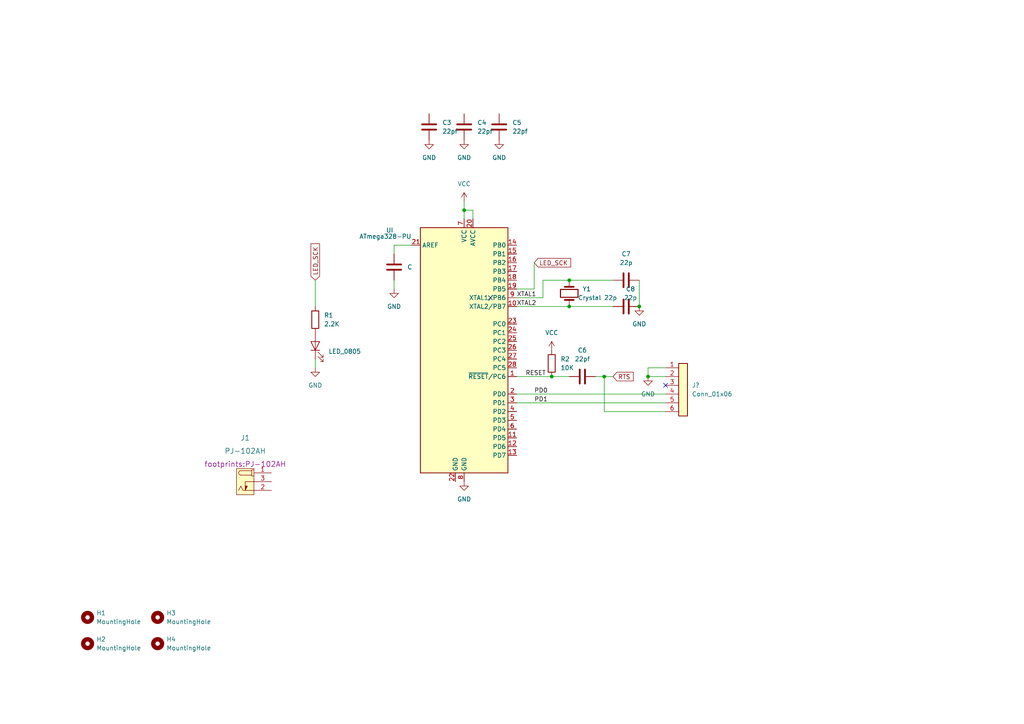
<source format=kicad_sch>
(kicad_sch (version 20211123) (generator eeschema)
  (paper "A4")
  (lib_symbols
    (symbol "HPS:ATmega328-PU"
      (property "Reference" "U" (at -11.43 39.37 0))
      (property "Value" "ATmega328-PU" (at -17.78 38.1 0))
      (symbol "ATmega328-PU_0_1"
        (rectangle (start -12.7 -35.56) (end 12.7 35.56) (stroke (width 0.254)) (fill (type background)))
      )
      (symbol "ATmega328-PU_1_1"
        (pin tri_state line (at 15.24 -7.62 180) (length 2.54) (name "~{RESET}/PC6") (number "1"))
        (pin tri_state line (at 15.24 12.7 180) (length 2.54) (name "XTAL2/PB7") (number "10"))
        (pin tri_state line (at 15.24 -25.4 180) (length 2.54) (name "PD5") (number "11"))
        (pin tri_state line (at 15.24 -27.94 180) (length 2.54) (name "PD6") (number "12"))
        (pin tri_state line (at 15.24 -30.48 180) (length 2.54) (name "PD7") (number "13"))
        (pin tri_state line (at 15.24 30.48 180) (length 2.54) (name "PB0") (number "14"))
        (pin tri_state line (at 15.24 27.94 180) (length 2.54) (name "PB1") (number "15"))
        (pin tri_state line (at 15.24 25.4 180) (length 2.54) (name "PB2") (number "16"))
        (pin tri_state line (at 15.24 22.86 180) (length 2.54) (name "PB3") (number "17"))
        (pin tri_state line (at 15.24 20.32 180) (length 2.54) (name "PB4") (number "18"))
        (pin tri_state line (at 15.24 17.78 180) (length 2.54) (name "PB5") (number "19"))
        (pin tri_state line (at 15.24 -12.7 180) (length 2.54) (name "PD0") (number "2"))
        (pin power_in line (at 2.54 38.1 270) (length 2.54) (name "AVCC") (number "20"))
        (pin passive line (at -15.24 30.48 0) (length 2.54) (name "AREF") (number "21"))
        (pin power_in line (at -2.54 -38.1 90) (length 2.54) (name "GND") (number "22"))
        (pin tri_state line (at 15.24 7.62 180) (length 2.54) (name "PC0") (number "23"))
        (pin tri_state line (at 15.24 5.08 180) (length 2.54) (name "PC1") (number "24"))
        (pin tri_state line (at 15.24 2.54 180) (length 2.54) (name "PC2") (number "25"))
        (pin tri_state line (at 15.24 0 180) (length 2.54) (name "PC3") (number "26"))
        (pin tri_state line (at 15.24 -2.54 180) (length 2.54) (name "PC4") (number "27"))
        (pin tri_state line (at 15.24 -5.08 180) (length 2.54) (name "PC5") (number "28"))
        (pin tri_state line (at 15.24 -15.24 180) (length 2.54) (name "PD1") (number "3"))
        (pin tri_state line (at 15.24 -17.78 180) (length 2.54) (name "PD2") (number "4"))
        (pin tri_state line (at 15.24 -20.32 180) (length 2.54) (name "PD3") (number "5"))
        (pin tri_state line (at 15.24 -22.86 180) (length 2.54) (name "PD4") (number "6"))
        (pin power_in line (at 0 38.1 270) (length 2.54) (name "VCC") (number "7"))
        (pin power_in line (at 0 -38.1 90) (length 2.54) (name "GND") (number "8"))
        (pin tri_state line (at 15.24 15.24 180) (length 2.54) (name "XTAL1/PB6") (number "9"))
      )
    )
    (symbol "HPS:C_0805_22pf" (pin_numbers hide) (pin_names (offset 0.254))
      (property "Reference" "C" (at 0.635 2.54 0))
      (property "Value" "C_0805_22pf" (at 0.635 -2.54 0))
      (symbol "C_0805_22pf_0_1"
        (polyline (pts (xy -2.032 -0.762) (xy 2.032 -0.762)) (stroke (width 0.508)))
        (polyline (pts (xy -2.032 0.762) (xy 2.032 0.762)) (stroke (width 0.508)))
      )
      (symbol "C_0805_22pf_1_1"
        (pin passive line (at 0 3.81 270) (length 2.794) (name "~") (number "1"))
        (pin passive line (at 0 -3.81 90) (length 2.794) (name "~") (number "2"))
      )
    )
    (symbol "HPS:Conn_01x06" (pin_names (offset 1.016) hide)
      (property "Reference" "J" (at 0 7.62 0))
      (property "Value" "Conn_01x06" (at 0 -10.16 0))
      (symbol "Conn_01x06_1_1"
        (rectangle (start -1.27 6.35) (end 1.27 -8.89) (stroke (width 0.254)) (fill (type background)))
        (pin passive line (at -5.08 5.08 0) (length 3.81) (name "Pin_1") (number "1"))
        (pin passive line (at -5.08 2.54 0) (length 3.81) (name "Pin_2") (number "2"))
        (pin passive line (at -5.08 0 0) (length 3.81) (name "Pin_3") (number "3"))
        (pin passive line (at -5.08 -2.54 0) (length 3.81) (name "Pin_4") (number "4"))
        (pin passive line (at -5.08 -5.08 0) (length 3.81) (name "Pin_5") (number "5"))
        (pin passive line (at -5.08 -7.62 0) (length 3.81) (name "Pin_6") (number "6"))
      )
    )
    (symbol "HPS:Crystal_16MHz" (pin_numbers hide) (pin_names (offset 1.016) hide)
      (property "Reference" "Y" (at 0 3.81 0))
      (property "Value" "Crystal_16MHz" (at 0 -3.81 0))
      (symbol "Crystal_16MHz_0_1"
        (rectangle (start -1.143 2.54) (end 1.143 -2.54) (stroke (width 0.3048)))
        (polyline (pts (xy -2.54 0) (xy -1.905 0)))
        (polyline (pts (xy -1.905 -1.27) (xy -1.905 1.27)) (stroke (width 0.508)))
        (polyline (pts (xy 1.905 -1.27) (xy 1.905 1.27)) (stroke (width 0.508)))
        (polyline (pts (xy 2.54 0) (xy 1.905 0)))
      )
      (symbol "Crystal_16MHz_1_1"
        (pin passive line (at -3.81 0 0) (length 1.27) (name "1") (number "1"))
        (pin passive line (at 3.81 0 180) (length 1.27) (name "2") (number "2"))
      )
    )
    (symbol "HPS:GND" (power) (pin_names (offset 0))
      (property "Value" "GND" (at 0 -3.81 0))
      (symbol "GND_0_1"
        (polyline (pts (xy 0 0) (xy 0 -1.27) (xy 1.27 -1.27) (xy 0 -2.54) (xy -1.27 -1.27) (xy 0 -1.27)))
      )
      (symbol "GND_1_1"
        (pin power_in line (at 0 0 270) (length 0) hide (name "GND") (number "1"))
      )
    )
    (symbol "HPS:LED_0805" (pin_numbers hide) (pin_names (offset 1.016) hide)
      (property "Reference" "D" (at 0 2.54 0))
      (property "Value" "LED_0805" (at 0 -2.54 0))
      (symbol "LED_0805_0_1"
        (polyline (pts (xy -1.27 -1.27) (xy -1.27 1.27)) (stroke (width 0.2032)))
        (polyline (pts (xy -1.27 0) (xy 1.27 0)))
        (polyline (pts (xy 1.27 -1.27) (xy 1.27 1.27) (xy -1.27 0) (xy 1.27 -1.27)) (stroke (width 0.2032)))
        (polyline (pts (xy -3.048 -0.762) (xy -4.572 -2.286) (xy -3.81 -2.286) (xy -4.572 -2.286) (xy -4.572 -1.524)))
        (polyline (pts (xy -1.778 -0.762) (xy -3.302 -2.286) (xy -2.54 -2.286) (xy -3.302 -2.286) (xy -3.302 -1.524)))
      )
      (symbol "LED_0805_1_1"
        (pin passive line (at -3.81 0 0) (length 2.54) (name "K") (number "1"))
        (pin passive line (at 3.81 0 180) (length 2.54) (name "A") (number "2"))
      )
    )
    (symbol "HPS:MountingHole" (pin_names (offset 1.016))
      (property "Reference" "H" (at 0 5.08 0))
      (property "Value" "MountingHole" (at 0 3.175 0))
      (symbol "MountingHole_0_1"
        (circle (center 0 0) (radius 1.27) (stroke (width 1.27)))
      )
    )
    (symbol "HPS:PJ-102AH" (pin_names (offset 1.016) hide)
      (property "Reference" "J" (at -2.54 5.08 0))
      (property "Value" "PJ-102AH" (at 0 -5.334 0))
      (property "Footprint" "footprints:PJ-102AH" (at 0 -7.874 0))
      (symbol "PJ-102AH_0_1"
        (arc (start -3.81 3.175) (mid -4.445 2.54) (end -3.81 1.905))
        (polyline (pts (xy -0.635 1.905) (xy -3.81 1.905)))
        (polyline (pts (xy -0.635 1.905) (xy -0.635 3.175)))
        (polyline (pts (xy -0.635 3.175) (xy -3.81 3.175)))
        (polyline (pts (xy -2.54 -1.27) (xy -2.54 0) (xy 0 0)))
        (polyline (pts (xy -0.635 1.905) (xy -0.635 1.651) (xy 0 1.651)))
        (polyline (pts (xy -0.635 3.175) (xy -0.635 3.429) (xy 0 3.429)))
        (polyline (pts (xy -2.54 -2.54) (xy -1.905 -1.27) (xy -2.54 -1.27) (xy -2.54 -2.54)) (fill (type outline)))
        (polyline (pts (xy 0 -2.54) (xy -3.175 -2.54) (xy -3.81 -1.27) (xy -4.445 -2.54)))
        (rectangle (start 0 3.81) (end -5.08 -3.81) (fill (type background)))
      )
      (symbol "PJ-102AH_1_1"
        (pin passive line (at 5.08 2.54 180) (length 5.08) (name "POLE") (number "1"))
        (pin passive line (at 5.08 -2.54 180) (length 5.08) (name "OUT") (number "2"))
        (pin passive line (at 5.08 0 180) (length 5.08) (name "OUT") (number "3"))
      )
    )
    (symbol "HPS:R_0805_10K" (pin_numbers hide) (pin_names (offset 0))
      (property "Reference" "R" (at 2.032 0 90))
      (property "Value" "R_0805_10K" (at -2.54 0 90))
      (symbol "R_0805_10K_0_1"
        (rectangle (start -1.016 -2.54) (end 1.016 2.54) (stroke (width 0.254)))
      )
      (symbol "R_0805_10K_1_1"
        (pin passive line (at 0 3.81 270) (length 1.27) (name "~") (number "1"))
        (pin passive line (at 0 -3.81 90) (length 1.27) (name "~") (number "2"))
      )
    )
    (symbol "HPS:R_0805_2.2K" (pin_numbers hide) (pin_names (offset 0))
      (property "Reference" "R" (at 2.032 0 90))
      (property "Value" "R_0805_2.2K" (at -2.54 0 90))
      (symbol "R_0805_2.2K_0_1"
        (rectangle (start -1.016 -2.54) (end 1.016 2.54) (stroke (width 0.254)))
      )
      (symbol "R_0805_2.2K_1_1"
        (pin passive line (at 0 3.81 270) (length 1.27) (name "~") (number "1"))
        (pin passive line (at 0 -3.81 90) (length 1.27) (name "~") (number "2"))
      )
    )
    (symbol "HPS:VCC" (power) (pin_names (offset 0))
      (property "Value" "VCC" (at 0 3.81 0))
      (symbol "VCC_0_1"
        (polyline (pts (xy -0.762 1.27) (xy 0 2.54)))
        (polyline (pts (xy 0 0) (xy 0 2.54)))
        (polyline (pts (xy 0 2.54) (xy 0.762 1.27)))
      )
      (symbol "VCC_1_1"
        (pin power_in line (at 0 0 90) (length 0) hide (name "VCC") (number "1"))
      )
    )
  )
  (junction (at 160.02 109.22))
  (junction (at 165.1 88.9))
  (junction (at 134.62 60.96))
  (junction (at 187.96 109.22))
  (junction (at 185.42 88.9))
  (junction (at 165.1 81.28))
  (junction (at 175.26 109.22))
  (no_connect (at 142.24 86.36))
  (no_connect (at 193.04 111.76))
  (wire (pts (xy 119.38 71.12) (xy 114.3 71.12)))
  (wire (pts (xy 114.3 81.28) (xy 114.3 83.82)))
  (wire (pts (xy 149.86 109.22) (xy 160.02 109.22)))
  (wire (pts (xy 193.04 119.38) (xy 175.26 119.38)))
  (wire (pts (xy 187.96 109.22) (xy 187.96 106.68)))
  (wire (pts (xy 185.42 81.28) (xy 185.42 88.9)))
  (wire (pts (xy 177.8 88.9) (xy 165.1 88.9)))
  (wire (pts (xy 149.86 88.9) (xy 165.1 88.9)))
  (wire (pts (xy 134.62 60.96) (xy 134.62 63.5)))
  (wire (pts (xy 149.86 86.36) (xy 157.48 86.36)))
  (wire (pts (xy 149.86 114.3) (xy 193.04 114.3)))
  (wire (pts (xy 149.86 83.82) (xy 154.94 83.82)))
  (wire (pts (xy 175.26 109.22) (xy 175.26 119.38)))
  (wire (pts (xy 177.8 81.28) (xy 165.1 81.28)))
  (wire (pts (xy 91.44 104.14) (xy 91.44 106.68)))
  (wire (pts (xy 134.62 60.96) (xy 137.16 60.96)))
  (wire (pts (xy 187.96 109.22) (xy 193.04 109.22)))
  (wire (pts (xy 134.62 58.42) (xy 134.62 60.96)))
  (wire (pts (xy 157.48 86.36) (xy 157.48 81.28)))
  (wire (pts (xy 157.48 81.28) (xy 165.1 81.28)))
  (wire (pts (xy 137.16 63.5) (xy 137.16 60.96)))
  (wire (pts (xy 175.26 109.22) (xy 177.8 109.22)))
  (wire (pts (xy 114.3 71.12) (xy 114.3 73.66)))
  (wire (pts (xy 149.86 116.84) (xy 193.04 116.84)))
  (wire (pts (xy 160.02 109.22) (xy 165.1 109.22)))
  (wire (pts (xy 154.94 76.2) (xy 154.94 83.82)))
  (wire (pts (xy 91.44 81.28) (xy 91.44 88.9)))
  (wire (pts (xy 172.72 109.22) (xy 175.26 109.22)))
  (wire (pts (xy 187.96 106.68) (xy 193.04 106.68)))
  (label "RESET" (at 152.4 109.22 0))
  (label "XTAL1" (at 149.86 86.36 0))
  (label "PD0" (at 154.94 114.3 0))
  (label "XTAL2" (at 149.86 88.9 0))
  (label "PD1" (at 154.94 116.84 0))
  (global_label "LED_SCK" (shape input) (at 91.44 81.28 90) (property "Intersheet References" "${INTERSHEET_REFS}" (effects hide)))
  (global_label "LED_SCK" (shape input) (at 154.94 76.2 0) (property "Intersheet References" "${INTERSHEET_REFS}" (effects hide)))
  (global_label "RTS" (shape input) (at 177.8 109.22 0) (property "Intersheet References" "${INTERSHEET_REFS}" (effects hide)))
  (symbol (lib_id "HPS:GND") (at 134.62 139.7 0) (unit 1)
    (property "Reference" "#PWR?" (effects hide))
    (property "Value" "GND" (at 134.62 144.78 0))
  )
  (symbol (lib_id "HPS:GND") (at 114.3 83.82 0) (unit 1)
    (property "Reference" "#PWR?" (effects hide))
    (property "Value" "GND" (at 114.3 88.9 0))
  )
  (symbol (lib_id "HPS:C_0805_22pf") (at 181.61 81.28 90) (unit 1)
    (property "Reference" "C7" (at 181.61 73.66 90))
    (property "Value" "22p" (at 181.61 76.2 90))
    (property "Footprint" "footprints:C_0805_2012Metric" (effects hide))
    (property "Datasheet" "https://www.yageo.com/upload/media/product/productsearch/datasheet/mlcc/UPY-GP_NP0_16V-to-50V_18.pdf" (effects hide))
    (property "MFG" "Yageo" (effects hide))
    (property "MPN" "CC0805JRNPO9BN220" (effects hide))
    (property "Digikey PN" "311-1103-1-ND" (effects hide))
    (property "Mouser PN" "N/A" (effects hide))
    (property "Voltage" "N/A" (effects hide))
    (property "Dielectric" "N/A" (effects hide))
    (property "Tolerance" "N/A" (effects hide))
  )
  (symbol (lib_id "HPS:PJ-102AH") (at 73.66 139.7 0) (unit 1)
    (property "Reference" "J1" (at 71.12 127 0) (effects (font (size 1.524 1.524))))
    (property "Value" "PJ-102AH" (at 71.12 130.81 0) (effects (font (size 1.524 1.524))))
    (property "Footprint" "footprints:PJ-102AH" (at 71.12 134.62 0) (effects (font (size 1.524 1.524))))
    (property "Datasheet" "https://www.cuidevices.com/product/resource/pj-102ah.pdf" (effects hide))
    (property "MFG" "CUI Devices" (effects hide))
    (property "MPN" "PJ-102AH" (effects hide))
    (property "Digikey PN" "CP-102AH-ND" (effects hide))
    (property "Mouser PN" "490-PJ-102AH" (effects hide))
  )
  (symbol (lib_id "HPS:MountingHole") (at 45.72 179.07 0) (unit 1)
    (property "Reference" "H3" (at 48.26 177.7999 0) (effects (justify left)))
    (property "Value" "MountingHole" (at 48.26 180.3399 0) (effects (justify left)))
    (property "Footprint" "footprints:MountingHole_3.2mm_M3" (effects hide))
  )
  (symbol (lib_id "HPS:MountingHole") (at 25.4 179.07 0) (unit 1)
    (property "Reference" "H1" (at 27.94 177.7999 0) (effects (justify left)))
    (property "Value" "MountingHole" (at 27.94 180.3399 0) (effects (justify left)))
    (property "Footprint" "footprints:MountingHole_3.2mm_M3" (effects hide))
  )
  (symbol (lib_id "HPS:C_0805_22pf") (at 144.78 36.83 0) (unit 1)
    (property "Reference" "C5" (at 148.59 35.5599 0) (effects (justify left)))
    (property "Value" "22pf" (at 148.59 38.0999 0) (effects (justify left)))
    (property "Footprint" "footprints:C_0805_2012Metric" (effects hide))
    (property "Datasheet" "https://www.yageo.com/upload/media/product/productsearch/datasheet/mlcc/UPY-GP_NP0_16V-to-50V_18.pdf" (effects hide))
    (property "MFG" "Yageo" (effects hide))
    (property "MPN" "CC0805JRNPO9BN220" (effects hide))
    (property "Digikey PN" "311-1103-1-ND" (effects hide))
    (property "Mouser PN" "N/A" (effects hide))
    (property "Voltage" "N/A" (effects hide))
    (property "Dielectric" "N/A" (effects hide))
    (property "Tolerance" "N/A" (effects hide))
  )
  (symbol (lib_id "HPS:Conn_01x06") (at 198.12 111.76 0) (unit 1)
    (property "Reference" "J?" (at 200.66 111.7599 0) (effects (justify left)))
    (property "Value" "Conn_01x06" (at 200.66 114.2999 0) (effects (justify left)))
    (property "Footprint" "footprints:PinHeader_1x06_P2.54mm_Vertical" (effects hide))
    (property "Datasheet" "https://www.we-online.de/katalog/datasheet/6130xx11121.pdf" (effects hide))
    (property "MFG" "Würth Elektronik" (effects hide))
    (property "MPN" "61300611121" (effects hide))
    (property "Digikey PN" "732-5319-ND" (effects hide))
    (property "Mouser PN" "N/A" (effects hide))
  )
  (symbol (lib_id "HPS:VCC") (at 134.62 58.42 0) (unit 1)
    (property "Reference" "#PWR?" (effects hide))
    (property "Value" "VCC" (at 134.62 53.34 0))
  )
  (symbol (lib_id "HPS:C_0805_22pf") (at 168.91 109.22 270) (unit 1)
    (property "Reference" "C6" (at 168.91 101.6 90))
    (property "Value" "22pf" (at 168.91 104.14 90))
    (property "Footprint" "footprints:C_0805_2012Metric" (effects hide))
    (property "Datasheet" "https://www.yageo.com/upload/media/product/productsearch/datasheet/mlcc/UPY-GP_NP0_16V-to-50V_18.pdf" (effects hide))
    (property "MFG" "Yageo" (effects hide))
    (property "MPN" "CC0805JRNPO9BN220" (effects hide))
    (property "Digikey PN" "311-1103-1-ND" (effects hide))
    (property "Mouser PN" "N/A" (effects hide))
    (property "Voltage" "N/A" (effects hide))
    (property "Dielectric" "N/A" (effects hide))
    (property "Tolerance" "N/A" (effects hide))
  )
  (symbol (lib_id "HPS:C_0805_22pf") (at 124.46 36.83 0) (unit 1)
    (property "Reference" "C3" (at 128.27 35.5599 0) (effects (justify left)))
    (property "Value" "22pf" (at 128.27 38.0999 0) (effects (justify left)))
    (property "Footprint" "footprints:C_0805_2012Metric" (effects hide))
    (property "Datasheet" "https://www.yageo.com/upload/media/product/productsearch/datasheet/mlcc/UPY-GP_NP0_16V-to-50V_18.pdf" (effects hide))
    (property "MFG" "Yageo" (effects hide))
    (property "MPN" "CC0805JRNPO9BN220" (effects hide))
    (property "Digikey PN" "311-1103-1-ND" (effects hide))
    (property "Mouser PN" "N/A" (effects hide))
    (property "Voltage" "N/A" (effects hide))
    (property "Dielectric" "N/A" (effects hide))
    (property "Tolerance" "N/A" (effects hide))
  )
  (symbol (lib_id "HPS:GND") (at 144.78 40.64 0) (unit 1)
    (property "Reference" "#PWR?" (effects hide))
    (property "Value" "GND" (at 144.78 45.72 0))
  )
  (symbol (lib_id "HPS:GND") (at 91.44 106.68 0) (unit 1)
    (property "Reference" "#PWR?" (effects hide))
    (property "Value" "GND" (at 91.44 111.76 0))
  )
  (symbol (lib_id "HPS:C_0805_22pf") (at 134.62 36.83 0) (unit 1)
    (property "Reference" "C4" (at 138.43 35.5599 0) (effects (justify left)))
    (property "Value" "22pf" (at 138.43 38.0999 0) (effects (justify left)))
    (property "Footprint" "footprints:C_0805_2012Metric" (effects hide))
    (property "Datasheet" "https://www.yageo.com/upload/media/product/productsearch/datasheet/mlcc/UPY-GP_NP0_16V-to-50V_18.pdf" (effects hide))
    (property "MFG" "Yageo" (effects hide))
    (property "MPN" "CC0805JRNPO9BN220" (effects hide))
    (property "Digikey PN" "311-1103-1-ND" (effects hide))
    (property "Mouser PN" "N/A" (effects hide))
    (property "Voltage" "N/A" (effects hide))
    (property "Dielectric" "N/A" (effects hide))
    (property "Tolerance" "N/A" (effects hide))
  )
  (symbol (lib_id "HPS:GND") (at 134.62 40.64 0) (unit 1)
    (property "Reference" "#PWR?" (effects hide))
    (property "Value" "GND" (at 134.62 45.72 0))
  )
  (symbol (lib_id "HPS:C_0805_22pf") (at 181.61 88.9 90) (unit 1)
    (property "Reference" "C8" (at 182.88 83.82 90))
    (property "Value" "22p" (at 182.88 86.36 90))
    (property "Footprint" "footprints:C_0805_2012Metric" (effects hide))
    (property "Datasheet" "https://www.yageo.com/upload/media/product/productsearch/datasheet/mlcc/UPY-GP_NP0_16V-to-50V_18.pdf" (effects hide))
    (property "MFG" "Yageo" (effects hide))
    (property "MPN" "CC0805JRNPO9BN220" (effects hide))
    (property "Digikey PN" "311-1103-1-ND" (effects hide))
    (property "Mouser PN" "N/A" (effects hide))
    (property "Voltage" "N/A" (effects hide))
    (property "Dielectric" "N/A" (effects hide))
    (property "Tolerance" "N/A" (effects hide))
  )
  (symbol (lib_id "HPS:GND") (at 185.42 88.9 0) (unit 1)
    (property "Reference" "#PWR?" (effects hide))
    (property "Value" "GND" (at 185.42 93.98 0))
  )
  (symbol (lib_id "HPS:ATmega328-PU") (at 134.62 101.6 0) (unit 1)
    (property "Reference" "UI" (at 113.03 66.7893 0))
    (property "Value" "ATmega328-PU" (at 111.76 68.58 0))
    (property "Footprint" "footprints:DIP-28_W7.62mm" (effects hide))
    (property "Datasheet" "http://www.microchip.com/mymicrochip/filehandler.aspx?ddocname=en608326" (effects hide))
    (property "MFG" "On Shore Technology Inc." (effects hide))
    (property "MPN" "ED281DT" (effects hide))
    (property "Digikey PN" "ED3050-5-ND" (effects hide))
    (property "Mouser PN" "N/A" (effects hide))
  )
  (symbol (lib_id "HPS:Crystal_16MHz") (at 165.1 85.09 270) (unit 1)
    (property "Reference" "Y1" (at 168.91 83.8199 90) (effects (justify left)))
    (property "Value" "Crystal 22p" (at 167.64 86.36 90) (effects (justify left)))
    (property "Footprint" "footprints:Crystal_SMD_HC49-SD" (effects hide))
    (property "Datasheet" "https://ecsxtal.com/store/pdf/csm-7x-dn.pdf" (effects hide))
    (property "MFG" "ECS Inc." (effects hide))
    (property "MPN" "ECS-160-20-5PXDN-TR" (effects hide))
    (property "Digikey PN" "XC1299CT-ND" (effects hide))
    (property "Mouser PN" "N/A" (effects hide))
  )
  (symbol (lib_id "HPS:C_0805_22pf") (at 114.3 77.47 0) (unit 1)
    (property "Reference" "C" (at 118.11 77.4699 0) (effects (justify left)))
    (property "Value" "C_0805_22pf" (effects hide))
    (property "Footprint" "footprints:C_0805_2012Metric" (effects hide))
    (property "Datasheet" "https://www.yageo.com/upload/media/product/productsearch/datasheet/mlcc/UPY-GP_NP0_16V-to-50V_18.pdf" (effects hide))
    (property "MFG" "Yageo" (effects hide))
    (property "MPN" "CC0805JRNPO9BN220" (effects hide))
    (property "Digikey PN" "311-1103-1-ND" (effects hide))
    (property "Mouser PN" "N/A" (effects hide))
    (property "Voltage" "N/A" (effects hide))
    (property "Dielectric" "N/A" (effects hide))
    (property "Tolerance" "N/A" (effects hide))
  )
  (symbol (lib_id "HPS:MountingHole") (at 25.4 186.69 0) (unit 1)
    (property "Reference" "H2" (at 27.94 185.4199 0) (effects (justify left)))
    (property "Value" "MountingHole" (at 27.94 187.9599 0) (effects (justify left)))
    (property "Footprint" "footprints:MountingHole_3.2mm_M3" (effects hide))
  )
  (symbol (lib_id "HPS:R_0805_2.2K") (at 91.44 92.71 0) (unit 1)
    (property "Reference" "R1" (at 93.98 91.4399 0) (effects (justify left)))
    (property "Value" "2.2K" (at 93.98 93.9799 0) (effects (justify left)))
    (property "Footprint" "footprints:R_0805_2012Metric" (effects hide))
    (property "Datasheet" "https://www.digikey.com/en/products/detail/yageo/RC0805FR-072K2L/727676" (effects hide))
    (property "MFG" "N/A" (effects hide))
    (property "MPN" "N/A" (effects hide))
    (property "Digikey PN" "311-2.20KCRCT-ND" (effects hide))
    (property "Mouser PN" "N/A" (effects hide))
    (property "Power" "N/A" (effects hide))
    (property "Tolerance" "N/A" (effects hide))
  )
  (symbol (lib_id "HPS:GND") (at 187.96 109.22 0) (unit 1)
    (property "Reference" "#PWR?" (effects hide))
    (property "Value" "GND" (at 187.96 114.3 0))
  )
  (symbol (lib_id "HPS:R_0805_10K") (at 160.02 105.41 0) (unit 1)
    (property "Reference" "R2" (at 162.56 104.1399 0) (effects (justify left)))
    (property "Value" "10K" (at 162.56 106.6799 0) (effects (justify left)))
    (property "Footprint" "footprints:R_0805_2012Metric" (effects hide))
    (property "Datasheet" "https://www.digikey.com/en/products/detail/yageo/RC0805FR-0710KL/727535" (effects hide))
    (property "MFG" "Yageo" (effects hide))
    (property "MPN" "RC0805FR-0710KL" (effects hide))
    (property "Digikey PN" "311-10.0KCRCT-ND" (effects hide))
    (property "Mouser PN" "N/A" (effects hide))
    (property "Power" "N/A" (effects hide))
    (property "Tolerance" "N/A" (effects hide))
  )
  (symbol (lib_id "HPS:LED_0805") (at 91.44 100.33 90) (unit 1)
    (property "Reference" "D?" (effects hide))
    (property "Value" "LED_0805" (at 95.25 101.9301 90) (effects (justify right)))
    (property "Footprint" "footprints:LED_0805_2012Metric" (effects hide))
    (property "Datasheet" "https://www.we-online.de/katalog/datasheet/150080RS75000.pdf" (effects hide))
    (property "MFG" "Würth Elektronik" (effects hide))
    (property "MPN" "150080RS75000" (effects hide))
    (property "Digikey PN" "732-4984-1-ND" (effects hide))
    (property "Mouser PN" "N/A" (effects hide))
  )
  (symbol (lib_id "HPS:VCC") (at 160.02 101.6 0) (unit 1)
    (property "Reference" "#PWR?" (effects hide))
    (property "Value" "VCC" (at 160.02 96.52 0))
  )
  (symbol (lib_id "HPS:MountingHole") (at 45.72 186.69 0) (unit 1)
    (property "Reference" "H4" (at 48.26 185.4199 0) (effects (justify left)))
    (property "Value" "MountingHole" (at 48.26 187.9599 0) (effects (justify left)))
    (property "Footprint" "footprints:MountingHole_3.2mm_M3" (effects hide))
  )
  (symbol (lib_id "HPS:GND") (at 124.46 40.64 0) (unit 1)
    (property "Reference" "#PWR?" (effects hide))
    (property "Value" "GND" (at 124.46 45.72 0))
  )
)
</source>
